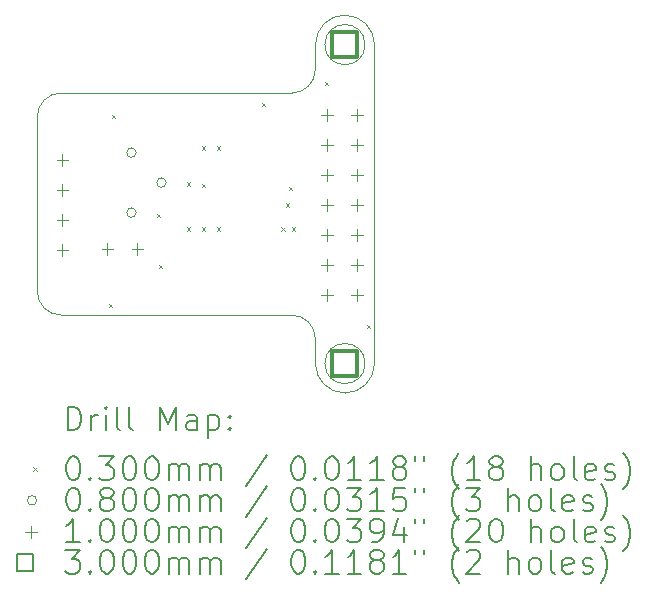
<source format=gbr>
%TF.GenerationSoftware,KiCad,Pcbnew,7.0.9*%
%TF.CreationDate,2024-02-11T18:26:17+01:00*%
%TF.ProjectId,8x2 backpack,38783220-6261-4636-9b70-61636b2e6b69,rev?*%
%TF.SameCoordinates,Original*%
%TF.FileFunction,Drillmap*%
%TF.FilePolarity,Positive*%
%FSLAX45Y45*%
G04 Gerber Fmt 4.5, Leading zero omitted, Abs format (unit mm)*
G04 Created by KiCad (PCBNEW 7.0.9) date 2024-02-11 18:26:17*
%MOMM*%
%LPD*%
G01*
G04 APERTURE LIST*
%ADD10C,0.100000*%
%ADD11C,0.200000*%
%ADD12C,0.300000*%
G04 APERTURE END LIST*
D10*
X6270000Y-5748000D02*
G75*
G03*
X6270000Y-5748000I-170000J0D01*
G01*
X6350000Y-3048000D02*
G75*
G03*
X6100000Y-2798000I-250000J0D01*
G01*
X3495700Y-5137600D02*
G75*
G03*
X3695700Y-5337600I200000J0D01*
G01*
X5850000Y-3258000D02*
X5849827Y-3048206D01*
X6100000Y-5998000D02*
G75*
G03*
X6350000Y-5748000I0J250000D01*
G01*
X5850000Y-5537600D02*
G75*
G03*
X5650000Y-5337600I-200000J0D01*
G01*
X5850000Y-5748000D02*
G75*
G03*
X6100000Y-5998000I250000J0D01*
G01*
X6099827Y-2798007D02*
G75*
G03*
X5849827Y-3048206I-7J-249993D01*
G01*
X5850000Y-5748000D02*
X5850000Y-5537600D01*
X6100000Y-5998000D02*
X6100000Y-5998000D01*
X5650000Y-3458000D02*
X3695700Y-3458000D01*
X6350000Y-3048000D02*
X6350000Y-5748000D01*
X6099827Y-2798000D02*
X6100000Y-2798000D01*
X5650000Y-3458000D02*
G75*
G03*
X5850000Y-3258000I0J200000D01*
G01*
X3495700Y-3658000D02*
X3495700Y-5137600D01*
X6270000Y-3048000D02*
G75*
G03*
X6270000Y-3048000I-170000J0D01*
G01*
X3695700Y-5337600D02*
X5650000Y-5337600D01*
X3695700Y-3458000D02*
G75*
G03*
X3495700Y-3658000I0J-200000D01*
G01*
D11*
D10*
X4099800Y-5242800D02*
X4129800Y-5272800D01*
X4129800Y-5242800D02*
X4099800Y-5272800D01*
X4125200Y-3642600D02*
X4155200Y-3672600D01*
X4155200Y-3642600D02*
X4125200Y-3672600D01*
X4506200Y-4480800D02*
X4536200Y-4510800D01*
X4536200Y-4480800D02*
X4506200Y-4510800D01*
X4524539Y-4910674D02*
X4554539Y-4940674D01*
X4554539Y-4910674D02*
X4524539Y-4940674D01*
X4760200Y-4214100D02*
X4790200Y-4244100D01*
X4790200Y-4214100D02*
X4760200Y-4244100D01*
X4760200Y-4595100D02*
X4790200Y-4625100D01*
X4790200Y-4595100D02*
X4760200Y-4625100D01*
X4887200Y-3909300D02*
X4917200Y-3939300D01*
X4917200Y-3909300D02*
X4887200Y-3939300D01*
X4887200Y-4224646D02*
X4917200Y-4254646D01*
X4917200Y-4224646D02*
X4887200Y-4254646D01*
X4887200Y-4595100D02*
X4917200Y-4625100D01*
X4917200Y-4595100D02*
X4887200Y-4625100D01*
X5014200Y-3909300D02*
X5044200Y-3939300D01*
X5044200Y-3909300D02*
X5014200Y-3939300D01*
X5014200Y-4595100D02*
X5044200Y-4625100D01*
X5044200Y-4595100D02*
X5014200Y-4625100D01*
X5395200Y-3541000D02*
X5425200Y-3571000D01*
X5425200Y-3541000D02*
X5395200Y-3571000D01*
X5560300Y-4595100D02*
X5590300Y-4625100D01*
X5590300Y-4595100D02*
X5560300Y-4625100D01*
X5598400Y-4391900D02*
X5628400Y-4421900D01*
X5628400Y-4391900D02*
X5598400Y-4421900D01*
X5623800Y-4252200D02*
X5653800Y-4282200D01*
X5653800Y-4252200D02*
X5623800Y-4282200D01*
X5649200Y-4595100D02*
X5679200Y-4625100D01*
X5679200Y-4595100D02*
X5649200Y-4625100D01*
X5928600Y-3363200D02*
X5958600Y-3393200D01*
X5958600Y-3363200D02*
X5928600Y-3393200D01*
X6284200Y-5420600D02*
X6314200Y-5450600D01*
X6314200Y-5420600D02*
X6284200Y-5450600D01*
X4332600Y-3962400D02*
G75*
G03*
X4332600Y-3962400I-40000J0D01*
G01*
X4332600Y-4470400D02*
G75*
G03*
X4332600Y-4470400I-40000J0D01*
G01*
X4586600Y-4216400D02*
G75*
G03*
X4586600Y-4216400I-40000J0D01*
G01*
X3708400Y-3975000D02*
X3708400Y-4075000D01*
X3658400Y-4025000D02*
X3758400Y-4025000D01*
X3708400Y-4229000D02*
X3708400Y-4329000D01*
X3658400Y-4279000D02*
X3758400Y-4279000D01*
X3708400Y-4483000D02*
X3708400Y-4583000D01*
X3658400Y-4533000D02*
X3758400Y-4533000D01*
X3708400Y-4737000D02*
X3708400Y-4837000D01*
X3658400Y-4787000D02*
X3758400Y-4787000D01*
X4089400Y-4725200D02*
X4089400Y-4825200D01*
X4039400Y-4775200D02*
X4139400Y-4775200D01*
X4343400Y-4725200D02*
X4343400Y-4825200D01*
X4293400Y-4775200D02*
X4393400Y-4775200D01*
X5946000Y-3594000D02*
X5946000Y-3694000D01*
X5896000Y-3644000D02*
X5996000Y-3644000D01*
X5946000Y-3848000D02*
X5946000Y-3948000D01*
X5896000Y-3898000D02*
X5996000Y-3898000D01*
X5946000Y-4102000D02*
X5946000Y-4202000D01*
X5896000Y-4152000D02*
X5996000Y-4152000D01*
X5946000Y-4356000D02*
X5946000Y-4456000D01*
X5896000Y-4406000D02*
X5996000Y-4406000D01*
X5946000Y-4610000D02*
X5946000Y-4710000D01*
X5896000Y-4660000D02*
X5996000Y-4660000D01*
X5946000Y-4864000D02*
X5946000Y-4964000D01*
X5896000Y-4914000D02*
X5996000Y-4914000D01*
X5946000Y-5118000D02*
X5946000Y-5218000D01*
X5896000Y-5168000D02*
X5996000Y-5168000D01*
X6200000Y-3594000D02*
X6200000Y-3694000D01*
X6150000Y-3644000D02*
X6250000Y-3644000D01*
X6200000Y-3848000D02*
X6200000Y-3948000D01*
X6150000Y-3898000D02*
X6250000Y-3898000D01*
X6200000Y-4102000D02*
X6200000Y-4202000D01*
X6150000Y-4152000D02*
X6250000Y-4152000D01*
X6200000Y-4356000D02*
X6200000Y-4456000D01*
X6150000Y-4406000D02*
X6250000Y-4406000D01*
X6200000Y-4610000D02*
X6200000Y-4710000D01*
X6150000Y-4660000D02*
X6250000Y-4660000D01*
X6200000Y-4864000D02*
X6200000Y-4964000D01*
X6150000Y-4914000D02*
X6250000Y-4914000D01*
X6200000Y-5118000D02*
X6200000Y-5218000D01*
X6150000Y-5168000D02*
X6250000Y-5168000D01*
D12*
X6202067Y-5850067D02*
X6202067Y-5637933D01*
X5989933Y-5637933D01*
X5989933Y-5850067D01*
X6202067Y-5850067D01*
X6206067Y-3154067D02*
X6206067Y-2941933D01*
X5993933Y-2941933D01*
X5993933Y-3154067D01*
X6206067Y-3154067D01*
D11*
X3751477Y-6314484D02*
X3751477Y-6114484D01*
X3751477Y-6114484D02*
X3799096Y-6114484D01*
X3799096Y-6114484D02*
X3827667Y-6124008D01*
X3827667Y-6124008D02*
X3846715Y-6143055D01*
X3846715Y-6143055D02*
X3856239Y-6162103D01*
X3856239Y-6162103D02*
X3865762Y-6200198D01*
X3865762Y-6200198D02*
X3865762Y-6228769D01*
X3865762Y-6228769D02*
X3856239Y-6266865D01*
X3856239Y-6266865D02*
X3846715Y-6285912D01*
X3846715Y-6285912D02*
X3827667Y-6304960D01*
X3827667Y-6304960D02*
X3799096Y-6314484D01*
X3799096Y-6314484D02*
X3751477Y-6314484D01*
X3951477Y-6314484D02*
X3951477Y-6181150D01*
X3951477Y-6219246D02*
X3961001Y-6200198D01*
X3961001Y-6200198D02*
X3970524Y-6190674D01*
X3970524Y-6190674D02*
X3989572Y-6181150D01*
X3989572Y-6181150D02*
X4008620Y-6181150D01*
X4075286Y-6314484D02*
X4075286Y-6181150D01*
X4075286Y-6114484D02*
X4065762Y-6124008D01*
X4065762Y-6124008D02*
X4075286Y-6133531D01*
X4075286Y-6133531D02*
X4084810Y-6124008D01*
X4084810Y-6124008D02*
X4075286Y-6114484D01*
X4075286Y-6114484D02*
X4075286Y-6133531D01*
X4199096Y-6314484D02*
X4180048Y-6304960D01*
X4180048Y-6304960D02*
X4170524Y-6285912D01*
X4170524Y-6285912D02*
X4170524Y-6114484D01*
X4303858Y-6314484D02*
X4284810Y-6304960D01*
X4284810Y-6304960D02*
X4275286Y-6285912D01*
X4275286Y-6285912D02*
X4275286Y-6114484D01*
X4532429Y-6314484D02*
X4532429Y-6114484D01*
X4532429Y-6114484D02*
X4599096Y-6257341D01*
X4599096Y-6257341D02*
X4665763Y-6114484D01*
X4665763Y-6114484D02*
X4665763Y-6314484D01*
X4846715Y-6314484D02*
X4846715Y-6209722D01*
X4846715Y-6209722D02*
X4837191Y-6190674D01*
X4837191Y-6190674D02*
X4818144Y-6181150D01*
X4818144Y-6181150D02*
X4780048Y-6181150D01*
X4780048Y-6181150D02*
X4761001Y-6190674D01*
X4846715Y-6304960D02*
X4827667Y-6314484D01*
X4827667Y-6314484D02*
X4780048Y-6314484D01*
X4780048Y-6314484D02*
X4761001Y-6304960D01*
X4761001Y-6304960D02*
X4751477Y-6285912D01*
X4751477Y-6285912D02*
X4751477Y-6266865D01*
X4751477Y-6266865D02*
X4761001Y-6247817D01*
X4761001Y-6247817D02*
X4780048Y-6238293D01*
X4780048Y-6238293D02*
X4827667Y-6238293D01*
X4827667Y-6238293D02*
X4846715Y-6228769D01*
X4941953Y-6181150D02*
X4941953Y-6381150D01*
X4941953Y-6190674D02*
X4961001Y-6181150D01*
X4961001Y-6181150D02*
X4999096Y-6181150D01*
X4999096Y-6181150D02*
X5018144Y-6190674D01*
X5018144Y-6190674D02*
X5027667Y-6200198D01*
X5027667Y-6200198D02*
X5037191Y-6219246D01*
X5037191Y-6219246D02*
X5037191Y-6276388D01*
X5037191Y-6276388D02*
X5027667Y-6295436D01*
X5027667Y-6295436D02*
X5018144Y-6304960D01*
X5018144Y-6304960D02*
X4999096Y-6314484D01*
X4999096Y-6314484D02*
X4961001Y-6314484D01*
X4961001Y-6314484D02*
X4941953Y-6304960D01*
X5122905Y-6295436D02*
X5132429Y-6304960D01*
X5132429Y-6304960D02*
X5122905Y-6314484D01*
X5122905Y-6314484D02*
X5113382Y-6304960D01*
X5113382Y-6304960D02*
X5122905Y-6295436D01*
X5122905Y-6295436D02*
X5122905Y-6314484D01*
X5122905Y-6190674D02*
X5132429Y-6200198D01*
X5132429Y-6200198D02*
X5122905Y-6209722D01*
X5122905Y-6209722D02*
X5113382Y-6200198D01*
X5113382Y-6200198D02*
X5122905Y-6190674D01*
X5122905Y-6190674D02*
X5122905Y-6209722D01*
D10*
X3460700Y-6628000D02*
X3490700Y-6658000D01*
X3490700Y-6628000D02*
X3460700Y-6658000D01*
D11*
X3789572Y-6534484D02*
X3808620Y-6534484D01*
X3808620Y-6534484D02*
X3827667Y-6544008D01*
X3827667Y-6544008D02*
X3837191Y-6553531D01*
X3837191Y-6553531D02*
X3846715Y-6572579D01*
X3846715Y-6572579D02*
X3856239Y-6610674D01*
X3856239Y-6610674D02*
X3856239Y-6658293D01*
X3856239Y-6658293D02*
X3846715Y-6696388D01*
X3846715Y-6696388D02*
X3837191Y-6715436D01*
X3837191Y-6715436D02*
X3827667Y-6724960D01*
X3827667Y-6724960D02*
X3808620Y-6734484D01*
X3808620Y-6734484D02*
X3789572Y-6734484D01*
X3789572Y-6734484D02*
X3770524Y-6724960D01*
X3770524Y-6724960D02*
X3761001Y-6715436D01*
X3761001Y-6715436D02*
X3751477Y-6696388D01*
X3751477Y-6696388D02*
X3741953Y-6658293D01*
X3741953Y-6658293D02*
X3741953Y-6610674D01*
X3741953Y-6610674D02*
X3751477Y-6572579D01*
X3751477Y-6572579D02*
X3761001Y-6553531D01*
X3761001Y-6553531D02*
X3770524Y-6544008D01*
X3770524Y-6544008D02*
X3789572Y-6534484D01*
X3941953Y-6715436D02*
X3951477Y-6724960D01*
X3951477Y-6724960D02*
X3941953Y-6734484D01*
X3941953Y-6734484D02*
X3932429Y-6724960D01*
X3932429Y-6724960D02*
X3941953Y-6715436D01*
X3941953Y-6715436D02*
X3941953Y-6734484D01*
X4018143Y-6534484D02*
X4141953Y-6534484D01*
X4141953Y-6534484D02*
X4075286Y-6610674D01*
X4075286Y-6610674D02*
X4103858Y-6610674D01*
X4103858Y-6610674D02*
X4122905Y-6620198D01*
X4122905Y-6620198D02*
X4132429Y-6629722D01*
X4132429Y-6629722D02*
X4141953Y-6648769D01*
X4141953Y-6648769D02*
X4141953Y-6696388D01*
X4141953Y-6696388D02*
X4132429Y-6715436D01*
X4132429Y-6715436D02*
X4122905Y-6724960D01*
X4122905Y-6724960D02*
X4103858Y-6734484D01*
X4103858Y-6734484D02*
X4046715Y-6734484D01*
X4046715Y-6734484D02*
X4027667Y-6724960D01*
X4027667Y-6724960D02*
X4018143Y-6715436D01*
X4265763Y-6534484D02*
X4284810Y-6534484D01*
X4284810Y-6534484D02*
X4303858Y-6544008D01*
X4303858Y-6544008D02*
X4313382Y-6553531D01*
X4313382Y-6553531D02*
X4322905Y-6572579D01*
X4322905Y-6572579D02*
X4332429Y-6610674D01*
X4332429Y-6610674D02*
X4332429Y-6658293D01*
X4332429Y-6658293D02*
X4322905Y-6696388D01*
X4322905Y-6696388D02*
X4313382Y-6715436D01*
X4313382Y-6715436D02*
X4303858Y-6724960D01*
X4303858Y-6724960D02*
X4284810Y-6734484D01*
X4284810Y-6734484D02*
X4265763Y-6734484D01*
X4265763Y-6734484D02*
X4246715Y-6724960D01*
X4246715Y-6724960D02*
X4237191Y-6715436D01*
X4237191Y-6715436D02*
X4227667Y-6696388D01*
X4227667Y-6696388D02*
X4218144Y-6658293D01*
X4218144Y-6658293D02*
X4218144Y-6610674D01*
X4218144Y-6610674D02*
X4227667Y-6572579D01*
X4227667Y-6572579D02*
X4237191Y-6553531D01*
X4237191Y-6553531D02*
X4246715Y-6544008D01*
X4246715Y-6544008D02*
X4265763Y-6534484D01*
X4456239Y-6534484D02*
X4475286Y-6534484D01*
X4475286Y-6534484D02*
X4494334Y-6544008D01*
X4494334Y-6544008D02*
X4503858Y-6553531D01*
X4503858Y-6553531D02*
X4513382Y-6572579D01*
X4513382Y-6572579D02*
X4522905Y-6610674D01*
X4522905Y-6610674D02*
X4522905Y-6658293D01*
X4522905Y-6658293D02*
X4513382Y-6696388D01*
X4513382Y-6696388D02*
X4503858Y-6715436D01*
X4503858Y-6715436D02*
X4494334Y-6724960D01*
X4494334Y-6724960D02*
X4475286Y-6734484D01*
X4475286Y-6734484D02*
X4456239Y-6734484D01*
X4456239Y-6734484D02*
X4437191Y-6724960D01*
X4437191Y-6724960D02*
X4427667Y-6715436D01*
X4427667Y-6715436D02*
X4418144Y-6696388D01*
X4418144Y-6696388D02*
X4408620Y-6658293D01*
X4408620Y-6658293D02*
X4408620Y-6610674D01*
X4408620Y-6610674D02*
X4418144Y-6572579D01*
X4418144Y-6572579D02*
X4427667Y-6553531D01*
X4427667Y-6553531D02*
X4437191Y-6544008D01*
X4437191Y-6544008D02*
X4456239Y-6534484D01*
X4608620Y-6734484D02*
X4608620Y-6601150D01*
X4608620Y-6620198D02*
X4618144Y-6610674D01*
X4618144Y-6610674D02*
X4637191Y-6601150D01*
X4637191Y-6601150D02*
X4665763Y-6601150D01*
X4665763Y-6601150D02*
X4684810Y-6610674D01*
X4684810Y-6610674D02*
X4694334Y-6629722D01*
X4694334Y-6629722D02*
X4694334Y-6734484D01*
X4694334Y-6629722D02*
X4703858Y-6610674D01*
X4703858Y-6610674D02*
X4722905Y-6601150D01*
X4722905Y-6601150D02*
X4751477Y-6601150D01*
X4751477Y-6601150D02*
X4770525Y-6610674D01*
X4770525Y-6610674D02*
X4780048Y-6629722D01*
X4780048Y-6629722D02*
X4780048Y-6734484D01*
X4875286Y-6734484D02*
X4875286Y-6601150D01*
X4875286Y-6620198D02*
X4884810Y-6610674D01*
X4884810Y-6610674D02*
X4903858Y-6601150D01*
X4903858Y-6601150D02*
X4932429Y-6601150D01*
X4932429Y-6601150D02*
X4951477Y-6610674D01*
X4951477Y-6610674D02*
X4961001Y-6629722D01*
X4961001Y-6629722D02*
X4961001Y-6734484D01*
X4961001Y-6629722D02*
X4970525Y-6610674D01*
X4970525Y-6610674D02*
X4989572Y-6601150D01*
X4989572Y-6601150D02*
X5018144Y-6601150D01*
X5018144Y-6601150D02*
X5037191Y-6610674D01*
X5037191Y-6610674D02*
X5046715Y-6629722D01*
X5046715Y-6629722D02*
X5046715Y-6734484D01*
X5437191Y-6524960D02*
X5265763Y-6782103D01*
X5694334Y-6534484D02*
X5713382Y-6534484D01*
X5713382Y-6534484D02*
X5732429Y-6544008D01*
X5732429Y-6544008D02*
X5741953Y-6553531D01*
X5741953Y-6553531D02*
X5751477Y-6572579D01*
X5751477Y-6572579D02*
X5761001Y-6610674D01*
X5761001Y-6610674D02*
X5761001Y-6658293D01*
X5761001Y-6658293D02*
X5751477Y-6696388D01*
X5751477Y-6696388D02*
X5741953Y-6715436D01*
X5741953Y-6715436D02*
X5732429Y-6724960D01*
X5732429Y-6724960D02*
X5713382Y-6734484D01*
X5713382Y-6734484D02*
X5694334Y-6734484D01*
X5694334Y-6734484D02*
X5675286Y-6724960D01*
X5675286Y-6724960D02*
X5665763Y-6715436D01*
X5665763Y-6715436D02*
X5656239Y-6696388D01*
X5656239Y-6696388D02*
X5646715Y-6658293D01*
X5646715Y-6658293D02*
X5646715Y-6610674D01*
X5646715Y-6610674D02*
X5656239Y-6572579D01*
X5656239Y-6572579D02*
X5665763Y-6553531D01*
X5665763Y-6553531D02*
X5675286Y-6544008D01*
X5675286Y-6544008D02*
X5694334Y-6534484D01*
X5846715Y-6715436D02*
X5856239Y-6724960D01*
X5856239Y-6724960D02*
X5846715Y-6734484D01*
X5846715Y-6734484D02*
X5837191Y-6724960D01*
X5837191Y-6724960D02*
X5846715Y-6715436D01*
X5846715Y-6715436D02*
X5846715Y-6734484D01*
X5980048Y-6534484D02*
X5999096Y-6534484D01*
X5999096Y-6534484D02*
X6018144Y-6544008D01*
X6018144Y-6544008D02*
X6027667Y-6553531D01*
X6027667Y-6553531D02*
X6037191Y-6572579D01*
X6037191Y-6572579D02*
X6046715Y-6610674D01*
X6046715Y-6610674D02*
X6046715Y-6658293D01*
X6046715Y-6658293D02*
X6037191Y-6696388D01*
X6037191Y-6696388D02*
X6027667Y-6715436D01*
X6027667Y-6715436D02*
X6018144Y-6724960D01*
X6018144Y-6724960D02*
X5999096Y-6734484D01*
X5999096Y-6734484D02*
X5980048Y-6734484D01*
X5980048Y-6734484D02*
X5961001Y-6724960D01*
X5961001Y-6724960D02*
X5951477Y-6715436D01*
X5951477Y-6715436D02*
X5941953Y-6696388D01*
X5941953Y-6696388D02*
X5932429Y-6658293D01*
X5932429Y-6658293D02*
X5932429Y-6610674D01*
X5932429Y-6610674D02*
X5941953Y-6572579D01*
X5941953Y-6572579D02*
X5951477Y-6553531D01*
X5951477Y-6553531D02*
X5961001Y-6544008D01*
X5961001Y-6544008D02*
X5980048Y-6534484D01*
X6237191Y-6734484D02*
X6122906Y-6734484D01*
X6180048Y-6734484D02*
X6180048Y-6534484D01*
X6180048Y-6534484D02*
X6161001Y-6563055D01*
X6161001Y-6563055D02*
X6141953Y-6582103D01*
X6141953Y-6582103D02*
X6122906Y-6591627D01*
X6427667Y-6734484D02*
X6313382Y-6734484D01*
X6370525Y-6734484D02*
X6370525Y-6534484D01*
X6370525Y-6534484D02*
X6351477Y-6563055D01*
X6351477Y-6563055D02*
X6332429Y-6582103D01*
X6332429Y-6582103D02*
X6313382Y-6591627D01*
X6541953Y-6620198D02*
X6522906Y-6610674D01*
X6522906Y-6610674D02*
X6513382Y-6601150D01*
X6513382Y-6601150D02*
X6503858Y-6582103D01*
X6503858Y-6582103D02*
X6503858Y-6572579D01*
X6503858Y-6572579D02*
X6513382Y-6553531D01*
X6513382Y-6553531D02*
X6522906Y-6544008D01*
X6522906Y-6544008D02*
X6541953Y-6534484D01*
X6541953Y-6534484D02*
X6580048Y-6534484D01*
X6580048Y-6534484D02*
X6599096Y-6544008D01*
X6599096Y-6544008D02*
X6608620Y-6553531D01*
X6608620Y-6553531D02*
X6618144Y-6572579D01*
X6618144Y-6572579D02*
X6618144Y-6582103D01*
X6618144Y-6582103D02*
X6608620Y-6601150D01*
X6608620Y-6601150D02*
X6599096Y-6610674D01*
X6599096Y-6610674D02*
X6580048Y-6620198D01*
X6580048Y-6620198D02*
X6541953Y-6620198D01*
X6541953Y-6620198D02*
X6522906Y-6629722D01*
X6522906Y-6629722D02*
X6513382Y-6639246D01*
X6513382Y-6639246D02*
X6503858Y-6658293D01*
X6503858Y-6658293D02*
X6503858Y-6696388D01*
X6503858Y-6696388D02*
X6513382Y-6715436D01*
X6513382Y-6715436D02*
X6522906Y-6724960D01*
X6522906Y-6724960D02*
X6541953Y-6734484D01*
X6541953Y-6734484D02*
X6580048Y-6734484D01*
X6580048Y-6734484D02*
X6599096Y-6724960D01*
X6599096Y-6724960D02*
X6608620Y-6715436D01*
X6608620Y-6715436D02*
X6618144Y-6696388D01*
X6618144Y-6696388D02*
X6618144Y-6658293D01*
X6618144Y-6658293D02*
X6608620Y-6639246D01*
X6608620Y-6639246D02*
X6599096Y-6629722D01*
X6599096Y-6629722D02*
X6580048Y-6620198D01*
X6694334Y-6534484D02*
X6694334Y-6572579D01*
X6770525Y-6534484D02*
X6770525Y-6572579D01*
X7065763Y-6810674D02*
X7056239Y-6801150D01*
X7056239Y-6801150D02*
X7037191Y-6772579D01*
X7037191Y-6772579D02*
X7027668Y-6753531D01*
X7027668Y-6753531D02*
X7018144Y-6724960D01*
X7018144Y-6724960D02*
X7008620Y-6677341D01*
X7008620Y-6677341D02*
X7008620Y-6639246D01*
X7008620Y-6639246D02*
X7018144Y-6591627D01*
X7018144Y-6591627D02*
X7027668Y-6563055D01*
X7027668Y-6563055D02*
X7037191Y-6544008D01*
X7037191Y-6544008D02*
X7056239Y-6515436D01*
X7056239Y-6515436D02*
X7065763Y-6505912D01*
X7246715Y-6734484D02*
X7132429Y-6734484D01*
X7189572Y-6734484D02*
X7189572Y-6534484D01*
X7189572Y-6534484D02*
X7170525Y-6563055D01*
X7170525Y-6563055D02*
X7151477Y-6582103D01*
X7151477Y-6582103D02*
X7132429Y-6591627D01*
X7361001Y-6620198D02*
X7341953Y-6610674D01*
X7341953Y-6610674D02*
X7332429Y-6601150D01*
X7332429Y-6601150D02*
X7322906Y-6582103D01*
X7322906Y-6582103D02*
X7322906Y-6572579D01*
X7322906Y-6572579D02*
X7332429Y-6553531D01*
X7332429Y-6553531D02*
X7341953Y-6544008D01*
X7341953Y-6544008D02*
X7361001Y-6534484D01*
X7361001Y-6534484D02*
X7399096Y-6534484D01*
X7399096Y-6534484D02*
X7418144Y-6544008D01*
X7418144Y-6544008D02*
X7427668Y-6553531D01*
X7427668Y-6553531D02*
X7437191Y-6572579D01*
X7437191Y-6572579D02*
X7437191Y-6582103D01*
X7437191Y-6582103D02*
X7427668Y-6601150D01*
X7427668Y-6601150D02*
X7418144Y-6610674D01*
X7418144Y-6610674D02*
X7399096Y-6620198D01*
X7399096Y-6620198D02*
X7361001Y-6620198D01*
X7361001Y-6620198D02*
X7341953Y-6629722D01*
X7341953Y-6629722D02*
X7332429Y-6639246D01*
X7332429Y-6639246D02*
X7322906Y-6658293D01*
X7322906Y-6658293D02*
X7322906Y-6696388D01*
X7322906Y-6696388D02*
X7332429Y-6715436D01*
X7332429Y-6715436D02*
X7341953Y-6724960D01*
X7341953Y-6724960D02*
X7361001Y-6734484D01*
X7361001Y-6734484D02*
X7399096Y-6734484D01*
X7399096Y-6734484D02*
X7418144Y-6724960D01*
X7418144Y-6724960D02*
X7427668Y-6715436D01*
X7427668Y-6715436D02*
X7437191Y-6696388D01*
X7437191Y-6696388D02*
X7437191Y-6658293D01*
X7437191Y-6658293D02*
X7427668Y-6639246D01*
X7427668Y-6639246D02*
X7418144Y-6629722D01*
X7418144Y-6629722D02*
X7399096Y-6620198D01*
X7675287Y-6734484D02*
X7675287Y-6534484D01*
X7761001Y-6734484D02*
X7761001Y-6629722D01*
X7761001Y-6629722D02*
X7751477Y-6610674D01*
X7751477Y-6610674D02*
X7732430Y-6601150D01*
X7732430Y-6601150D02*
X7703858Y-6601150D01*
X7703858Y-6601150D02*
X7684810Y-6610674D01*
X7684810Y-6610674D02*
X7675287Y-6620198D01*
X7884810Y-6734484D02*
X7865763Y-6724960D01*
X7865763Y-6724960D02*
X7856239Y-6715436D01*
X7856239Y-6715436D02*
X7846715Y-6696388D01*
X7846715Y-6696388D02*
X7846715Y-6639246D01*
X7846715Y-6639246D02*
X7856239Y-6620198D01*
X7856239Y-6620198D02*
X7865763Y-6610674D01*
X7865763Y-6610674D02*
X7884810Y-6601150D01*
X7884810Y-6601150D02*
X7913382Y-6601150D01*
X7913382Y-6601150D02*
X7932430Y-6610674D01*
X7932430Y-6610674D02*
X7941953Y-6620198D01*
X7941953Y-6620198D02*
X7951477Y-6639246D01*
X7951477Y-6639246D02*
X7951477Y-6696388D01*
X7951477Y-6696388D02*
X7941953Y-6715436D01*
X7941953Y-6715436D02*
X7932430Y-6724960D01*
X7932430Y-6724960D02*
X7913382Y-6734484D01*
X7913382Y-6734484D02*
X7884810Y-6734484D01*
X8065763Y-6734484D02*
X8046715Y-6724960D01*
X8046715Y-6724960D02*
X8037191Y-6705912D01*
X8037191Y-6705912D02*
X8037191Y-6534484D01*
X8218144Y-6724960D02*
X8199096Y-6734484D01*
X8199096Y-6734484D02*
X8161001Y-6734484D01*
X8161001Y-6734484D02*
X8141953Y-6724960D01*
X8141953Y-6724960D02*
X8132430Y-6705912D01*
X8132430Y-6705912D02*
X8132430Y-6629722D01*
X8132430Y-6629722D02*
X8141953Y-6610674D01*
X8141953Y-6610674D02*
X8161001Y-6601150D01*
X8161001Y-6601150D02*
X8199096Y-6601150D01*
X8199096Y-6601150D02*
X8218144Y-6610674D01*
X8218144Y-6610674D02*
X8227668Y-6629722D01*
X8227668Y-6629722D02*
X8227668Y-6648769D01*
X8227668Y-6648769D02*
X8132430Y-6667817D01*
X8303858Y-6724960D02*
X8322906Y-6734484D01*
X8322906Y-6734484D02*
X8361001Y-6734484D01*
X8361001Y-6734484D02*
X8380049Y-6724960D01*
X8380049Y-6724960D02*
X8389573Y-6705912D01*
X8389573Y-6705912D02*
X8389573Y-6696388D01*
X8389573Y-6696388D02*
X8380049Y-6677341D01*
X8380049Y-6677341D02*
X8361001Y-6667817D01*
X8361001Y-6667817D02*
X8332430Y-6667817D01*
X8332430Y-6667817D02*
X8313382Y-6658293D01*
X8313382Y-6658293D02*
X8303858Y-6639246D01*
X8303858Y-6639246D02*
X8303858Y-6629722D01*
X8303858Y-6629722D02*
X8313382Y-6610674D01*
X8313382Y-6610674D02*
X8332430Y-6601150D01*
X8332430Y-6601150D02*
X8361001Y-6601150D01*
X8361001Y-6601150D02*
X8380049Y-6610674D01*
X8456239Y-6810674D02*
X8465763Y-6801150D01*
X8465763Y-6801150D02*
X8484811Y-6772579D01*
X8484811Y-6772579D02*
X8494334Y-6753531D01*
X8494334Y-6753531D02*
X8503858Y-6724960D01*
X8503858Y-6724960D02*
X8513382Y-6677341D01*
X8513382Y-6677341D02*
X8513382Y-6639246D01*
X8513382Y-6639246D02*
X8503858Y-6591627D01*
X8503858Y-6591627D02*
X8494334Y-6563055D01*
X8494334Y-6563055D02*
X8484811Y-6544008D01*
X8484811Y-6544008D02*
X8465763Y-6515436D01*
X8465763Y-6515436D02*
X8456239Y-6505912D01*
D10*
X3490700Y-6907000D02*
G75*
G03*
X3490700Y-6907000I-40000J0D01*
G01*
D11*
X3789572Y-6798484D02*
X3808620Y-6798484D01*
X3808620Y-6798484D02*
X3827667Y-6808008D01*
X3827667Y-6808008D02*
X3837191Y-6817531D01*
X3837191Y-6817531D02*
X3846715Y-6836579D01*
X3846715Y-6836579D02*
X3856239Y-6874674D01*
X3856239Y-6874674D02*
X3856239Y-6922293D01*
X3856239Y-6922293D02*
X3846715Y-6960388D01*
X3846715Y-6960388D02*
X3837191Y-6979436D01*
X3837191Y-6979436D02*
X3827667Y-6988960D01*
X3827667Y-6988960D02*
X3808620Y-6998484D01*
X3808620Y-6998484D02*
X3789572Y-6998484D01*
X3789572Y-6998484D02*
X3770524Y-6988960D01*
X3770524Y-6988960D02*
X3761001Y-6979436D01*
X3761001Y-6979436D02*
X3751477Y-6960388D01*
X3751477Y-6960388D02*
X3741953Y-6922293D01*
X3741953Y-6922293D02*
X3741953Y-6874674D01*
X3741953Y-6874674D02*
X3751477Y-6836579D01*
X3751477Y-6836579D02*
X3761001Y-6817531D01*
X3761001Y-6817531D02*
X3770524Y-6808008D01*
X3770524Y-6808008D02*
X3789572Y-6798484D01*
X3941953Y-6979436D02*
X3951477Y-6988960D01*
X3951477Y-6988960D02*
X3941953Y-6998484D01*
X3941953Y-6998484D02*
X3932429Y-6988960D01*
X3932429Y-6988960D02*
X3941953Y-6979436D01*
X3941953Y-6979436D02*
X3941953Y-6998484D01*
X4065762Y-6884198D02*
X4046715Y-6874674D01*
X4046715Y-6874674D02*
X4037191Y-6865150D01*
X4037191Y-6865150D02*
X4027667Y-6846103D01*
X4027667Y-6846103D02*
X4027667Y-6836579D01*
X4027667Y-6836579D02*
X4037191Y-6817531D01*
X4037191Y-6817531D02*
X4046715Y-6808008D01*
X4046715Y-6808008D02*
X4065762Y-6798484D01*
X4065762Y-6798484D02*
X4103858Y-6798484D01*
X4103858Y-6798484D02*
X4122905Y-6808008D01*
X4122905Y-6808008D02*
X4132429Y-6817531D01*
X4132429Y-6817531D02*
X4141953Y-6836579D01*
X4141953Y-6836579D02*
X4141953Y-6846103D01*
X4141953Y-6846103D02*
X4132429Y-6865150D01*
X4132429Y-6865150D02*
X4122905Y-6874674D01*
X4122905Y-6874674D02*
X4103858Y-6884198D01*
X4103858Y-6884198D02*
X4065762Y-6884198D01*
X4065762Y-6884198D02*
X4046715Y-6893722D01*
X4046715Y-6893722D02*
X4037191Y-6903246D01*
X4037191Y-6903246D02*
X4027667Y-6922293D01*
X4027667Y-6922293D02*
X4027667Y-6960388D01*
X4027667Y-6960388D02*
X4037191Y-6979436D01*
X4037191Y-6979436D02*
X4046715Y-6988960D01*
X4046715Y-6988960D02*
X4065762Y-6998484D01*
X4065762Y-6998484D02*
X4103858Y-6998484D01*
X4103858Y-6998484D02*
X4122905Y-6988960D01*
X4122905Y-6988960D02*
X4132429Y-6979436D01*
X4132429Y-6979436D02*
X4141953Y-6960388D01*
X4141953Y-6960388D02*
X4141953Y-6922293D01*
X4141953Y-6922293D02*
X4132429Y-6903246D01*
X4132429Y-6903246D02*
X4122905Y-6893722D01*
X4122905Y-6893722D02*
X4103858Y-6884198D01*
X4265763Y-6798484D02*
X4284810Y-6798484D01*
X4284810Y-6798484D02*
X4303858Y-6808008D01*
X4303858Y-6808008D02*
X4313382Y-6817531D01*
X4313382Y-6817531D02*
X4322905Y-6836579D01*
X4322905Y-6836579D02*
X4332429Y-6874674D01*
X4332429Y-6874674D02*
X4332429Y-6922293D01*
X4332429Y-6922293D02*
X4322905Y-6960388D01*
X4322905Y-6960388D02*
X4313382Y-6979436D01*
X4313382Y-6979436D02*
X4303858Y-6988960D01*
X4303858Y-6988960D02*
X4284810Y-6998484D01*
X4284810Y-6998484D02*
X4265763Y-6998484D01*
X4265763Y-6998484D02*
X4246715Y-6988960D01*
X4246715Y-6988960D02*
X4237191Y-6979436D01*
X4237191Y-6979436D02*
X4227667Y-6960388D01*
X4227667Y-6960388D02*
X4218144Y-6922293D01*
X4218144Y-6922293D02*
X4218144Y-6874674D01*
X4218144Y-6874674D02*
X4227667Y-6836579D01*
X4227667Y-6836579D02*
X4237191Y-6817531D01*
X4237191Y-6817531D02*
X4246715Y-6808008D01*
X4246715Y-6808008D02*
X4265763Y-6798484D01*
X4456239Y-6798484D02*
X4475286Y-6798484D01*
X4475286Y-6798484D02*
X4494334Y-6808008D01*
X4494334Y-6808008D02*
X4503858Y-6817531D01*
X4503858Y-6817531D02*
X4513382Y-6836579D01*
X4513382Y-6836579D02*
X4522905Y-6874674D01*
X4522905Y-6874674D02*
X4522905Y-6922293D01*
X4522905Y-6922293D02*
X4513382Y-6960388D01*
X4513382Y-6960388D02*
X4503858Y-6979436D01*
X4503858Y-6979436D02*
X4494334Y-6988960D01*
X4494334Y-6988960D02*
X4475286Y-6998484D01*
X4475286Y-6998484D02*
X4456239Y-6998484D01*
X4456239Y-6998484D02*
X4437191Y-6988960D01*
X4437191Y-6988960D02*
X4427667Y-6979436D01*
X4427667Y-6979436D02*
X4418144Y-6960388D01*
X4418144Y-6960388D02*
X4408620Y-6922293D01*
X4408620Y-6922293D02*
X4408620Y-6874674D01*
X4408620Y-6874674D02*
X4418144Y-6836579D01*
X4418144Y-6836579D02*
X4427667Y-6817531D01*
X4427667Y-6817531D02*
X4437191Y-6808008D01*
X4437191Y-6808008D02*
X4456239Y-6798484D01*
X4608620Y-6998484D02*
X4608620Y-6865150D01*
X4608620Y-6884198D02*
X4618144Y-6874674D01*
X4618144Y-6874674D02*
X4637191Y-6865150D01*
X4637191Y-6865150D02*
X4665763Y-6865150D01*
X4665763Y-6865150D02*
X4684810Y-6874674D01*
X4684810Y-6874674D02*
X4694334Y-6893722D01*
X4694334Y-6893722D02*
X4694334Y-6998484D01*
X4694334Y-6893722D02*
X4703858Y-6874674D01*
X4703858Y-6874674D02*
X4722905Y-6865150D01*
X4722905Y-6865150D02*
X4751477Y-6865150D01*
X4751477Y-6865150D02*
X4770525Y-6874674D01*
X4770525Y-6874674D02*
X4780048Y-6893722D01*
X4780048Y-6893722D02*
X4780048Y-6998484D01*
X4875286Y-6998484D02*
X4875286Y-6865150D01*
X4875286Y-6884198D02*
X4884810Y-6874674D01*
X4884810Y-6874674D02*
X4903858Y-6865150D01*
X4903858Y-6865150D02*
X4932429Y-6865150D01*
X4932429Y-6865150D02*
X4951477Y-6874674D01*
X4951477Y-6874674D02*
X4961001Y-6893722D01*
X4961001Y-6893722D02*
X4961001Y-6998484D01*
X4961001Y-6893722D02*
X4970525Y-6874674D01*
X4970525Y-6874674D02*
X4989572Y-6865150D01*
X4989572Y-6865150D02*
X5018144Y-6865150D01*
X5018144Y-6865150D02*
X5037191Y-6874674D01*
X5037191Y-6874674D02*
X5046715Y-6893722D01*
X5046715Y-6893722D02*
X5046715Y-6998484D01*
X5437191Y-6788960D02*
X5265763Y-7046103D01*
X5694334Y-6798484D02*
X5713382Y-6798484D01*
X5713382Y-6798484D02*
X5732429Y-6808008D01*
X5732429Y-6808008D02*
X5741953Y-6817531D01*
X5741953Y-6817531D02*
X5751477Y-6836579D01*
X5751477Y-6836579D02*
X5761001Y-6874674D01*
X5761001Y-6874674D02*
X5761001Y-6922293D01*
X5761001Y-6922293D02*
X5751477Y-6960388D01*
X5751477Y-6960388D02*
X5741953Y-6979436D01*
X5741953Y-6979436D02*
X5732429Y-6988960D01*
X5732429Y-6988960D02*
X5713382Y-6998484D01*
X5713382Y-6998484D02*
X5694334Y-6998484D01*
X5694334Y-6998484D02*
X5675286Y-6988960D01*
X5675286Y-6988960D02*
X5665763Y-6979436D01*
X5665763Y-6979436D02*
X5656239Y-6960388D01*
X5656239Y-6960388D02*
X5646715Y-6922293D01*
X5646715Y-6922293D02*
X5646715Y-6874674D01*
X5646715Y-6874674D02*
X5656239Y-6836579D01*
X5656239Y-6836579D02*
X5665763Y-6817531D01*
X5665763Y-6817531D02*
X5675286Y-6808008D01*
X5675286Y-6808008D02*
X5694334Y-6798484D01*
X5846715Y-6979436D02*
X5856239Y-6988960D01*
X5856239Y-6988960D02*
X5846715Y-6998484D01*
X5846715Y-6998484D02*
X5837191Y-6988960D01*
X5837191Y-6988960D02*
X5846715Y-6979436D01*
X5846715Y-6979436D02*
X5846715Y-6998484D01*
X5980048Y-6798484D02*
X5999096Y-6798484D01*
X5999096Y-6798484D02*
X6018144Y-6808008D01*
X6018144Y-6808008D02*
X6027667Y-6817531D01*
X6027667Y-6817531D02*
X6037191Y-6836579D01*
X6037191Y-6836579D02*
X6046715Y-6874674D01*
X6046715Y-6874674D02*
X6046715Y-6922293D01*
X6046715Y-6922293D02*
X6037191Y-6960388D01*
X6037191Y-6960388D02*
X6027667Y-6979436D01*
X6027667Y-6979436D02*
X6018144Y-6988960D01*
X6018144Y-6988960D02*
X5999096Y-6998484D01*
X5999096Y-6998484D02*
X5980048Y-6998484D01*
X5980048Y-6998484D02*
X5961001Y-6988960D01*
X5961001Y-6988960D02*
X5951477Y-6979436D01*
X5951477Y-6979436D02*
X5941953Y-6960388D01*
X5941953Y-6960388D02*
X5932429Y-6922293D01*
X5932429Y-6922293D02*
X5932429Y-6874674D01*
X5932429Y-6874674D02*
X5941953Y-6836579D01*
X5941953Y-6836579D02*
X5951477Y-6817531D01*
X5951477Y-6817531D02*
X5961001Y-6808008D01*
X5961001Y-6808008D02*
X5980048Y-6798484D01*
X6113382Y-6798484D02*
X6237191Y-6798484D01*
X6237191Y-6798484D02*
X6170525Y-6874674D01*
X6170525Y-6874674D02*
X6199096Y-6874674D01*
X6199096Y-6874674D02*
X6218144Y-6884198D01*
X6218144Y-6884198D02*
X6227667Y-6893722D01*
X6227667Y-6893722D02*
X6237191Y-6912769D01*
X6237191Y-6912769D02*
X6237191Y-6960388D01*
X6237191Y-6960388D02*
X6227667Y-6979436D01*
X6227667Y-6979436D02*
X6218144Y-6988960D01*
X6218144Y-6988960D02*
X6199096Y-6998484D01*
X6199096Y-6998484D02*
X6141953Y-6998484D01*
X6141953Y-6998484D02*
X6122906Y-6988960D01*
X6122906Y-6988960D02*
X6113382Y-6979436D01*
X6427667Y-6998484D02*
X6313382Y-6998484D01*
X6370525Y-6998484D02*
X6370525Y-6798484D01*
X6370525Y-6798484D02*
X6351477Y-6827055D01*
X6351477Y-6827055D02*
X6332429Y-6846103D01*
X6332429Y-6846103D02*
X6313382Y-6855627D01*
X6608620Y-6798484D02*
X6513382Y-6798484D01*
X6513382Y-6798484D02*
X6503858Y-6893722D01*
X6503858Y-6893722D02*
X6513382Y-6884198D01*
X6513382Y-6884198D02*
X6532429Y-6874674D01*
X6532429Y-6874674D02*
X6580048Y-6874674D01*
X6580048Y-6874674D02*
X6599096Y-6884198D01*
X6599096Y-6884198D02*
X6608620Y-6893722D01*
X6608620Y-6893722D02*
X6618144Y-6912769D01*
X6618144Y-6912769D02*
X6618144Y-6960388D01*
X6618144Y-6960388D02*
X6608620Y-6979436D01*
X6608620Y-6979436D02*
X6599096Y-6988960D01*
X6599096Y-6988960D02*
X6580048Y-6998484D01*
X6580048Y-6998484D02*
X6532429Y-6998484D01*
X6532429Y-6998484D02*
X6513382Y-6988960D01*
X6513382Y-6988960D02*
X6503858Y-6979436D01*
X6694334Y-6798484D02*
X6694334Y-6836579D01*
X6770525Y-6798484D02*
X6770525Y-6836579D01*
X7065763Y-7074674D02*
X7056239Y-7065150D01*
X7056239Y-7065150D02*
X7037191Y-7036579D01*
X7037191Y-7036579D02*
X7027668Y-7017531D01*
X7027668Y-7017531D02*
X7018144Y-6988960D01*
X7018144Y-6988960D02*
X7008620Y-6941341D01*
X7008620Y-6941341D02*
X7008620Y-6903246D01*
X7008620Y-6903246D02*
X7018144Y-6855627D01*
X7018144Y-6855627D02*
X7027668Y-6827055D01*
X7027668Y-6827055D02*
X7037191Y-6808008D01*
X7037191Y-6808008D02*
X7056239Y-6779436D01*
X7056239Y-6779436D02*
X7065763Y-6769912D01*
X7122906Y-6798484D02*
X7246715Y-6798484D01*
X7246715Y-6798484D02*
X7180048Y-6874674D01*
X7180048Y-6874674D02*
X7208620Y-6874674D01*
X7208620Y-6874674D02*
X7227668Y-6884198D01*
X7227668Y-6884198D02*
X7237191Y-6893722D01*
X7237191Y-6893722D02*
X7246715Y-6912769D01*
X7246715Y-6912769D02*
X7246715Y-6960388D01*
X7246715Y-6960388D02*
X7237191Y-6979436D01*
X7237191Y-6979436D02*
X7227668Y-6988960D01*
X7227668Y-6988960D02*
X7208620Y-6998484D01*
X7208620Y-6998484D02*
X7151477Y-6998484D01*
X7151477Y-6998484D02*
X7132429Y-6988960D01*
X7132429Y-6988960D02*
X7122906Y-6979436D01*
X7484810Y-6998484D02*
X7484810Y-6798484D01*
X7570525Y-6998484D02*
X7570525Y-6893722D01*
X7570525Y-6893722D02*
X7561001Y-6874674D01*
X7561001Y-6874674D02*
X7541953Y-6865150D01*
X7541953Y-6865150D02*
X7513382Y-6865150D01*
X7513382Y-6865150D02*
X7494334Y-6874674D01*
X7494334Y-6874674D02*
X7484810Y-6884198D01*
X7694334Y-6998484D02*
X7675287Y-6988960D01*
X7675287Y-6988960D02*
X7665763Y-6979436D01*
X7665763Y-6979436D02*
X7656239Y-6960388D01*
X7656239Y-6960388D02*
X7656239Y-6903246D01*
X7656239Y-6903246D02*
X7665763Y-6884198D01*
X7665763Y-6884198D02*
X7675287Y-6874674D01*
X7675287Y-6874674D02*
X7694334Y-6865150D01*
X7694334Y-6865150D02*
X7722906Y-6865150D01*
X7722906Y-6865150D02*
X7741953Y-6874674D01*
X7741953Y-6874674D02*
X7751477Y-6884198D01*
X7751477Y-6884198D02*
X7761001Y-6903246D01*
X7761001Y-6903246D02*
X7761001Y-6960388D01*
X7761001Y-6960388D02*
X7751477Y-6979436D01*
X7751477Y-6979436D02*
X7741953Y-6988960D01*
X7741953Y-6988960D02*
X7722906Y-6998484D01*
X7722906Y-6998484D02*
X7694334Y-6998484D01*
X7875287Y-6998484D02*
X7856239Y-6988960D01*
X7856239Y-6988960D02*
X7846715Y-6969912D01*
X7846715Y-6969912D02*
X7846715Y-6798484D01*
X8027668Y-6988960D02*
X8008620Y-6998484D01*
X8008620Y-6998484D02*
X7970525Y-6998484D01*
X7970525Y-6998484D02*
X7951477Y-6988960D01*
X7951477Y-6988960D02*
X7941953Y-6969912D01*
X7941953Y-6969912D02*
X7941953Y-6893722D01*
X7941953Y-6893722D02*
X7951477Y-6874674D01*
X7951477Y-6874674D02*
X7970525Y-6865150D01*
X7970525Y-6865150D02*
X8008620Y-6865150D01*
X8008620Y-6865150D02*
X8027668Y-6874674D01*
X8027668Y-6874674D02*
X8037191Y-6893722D01*
X8037191Y-6893722D02*
X8037191Y-6912769D01*
X8037191Y-6912769D02*
X7941953Y-6931817D01*
X8113382Y-6988960D02*
X8132430Y-6998484D01*
X8132430Y-6998484D02*
X8170525Y-6998484D01*
X8170525Y-6998484D02*
X8189572Y-6988960D01*
X8189572Y-6988960D02*
X8199096Y-6969912D01*
X8199096Y-6969912D02*
X8199096Y-6960388D01*
X8199096Y-6960388D02*
X8189572Y-6941341D01*
X8189572Y-6941341D02*
X8170525Y-6931817D01*
X8170525Y-6931817D02*
X8141953Y-6931817D01*
X8141953Y-6931817D02*
X8122906Y-6922293D01*
X8122906Y-6922293D02*
X8113382Y-6903246D01*
X8113382Y-6903246D02*
X8113382Y-6893722D01*
X8113382Y-6893722D02*
X8122906Y-6874674D01*
X8122906Y-6874674D02*
X8141953Y-6865150D01*
X8141953Y-6865150D02*
X8170525Y-6865150D01*
X8170525Y-6865150D02*
X8189572Y-6874674D01*
X8265763Y-7074674D02*
X8275287Y-7065150D01*
X8275287Y-7065150D02*
X8294334Y-7036579D01*
X8294334Y-7036579D02*
X8303858Y-7017531D01*
X8303858Y-7017531D02*
X8313382Y-6988960D01*
X8313382Y-6988960D02*
X8322906Y-6941341D01*
X8322906Y-6941341D02*
X8322906Y-6903246D01*
X8322906Y-6903246D02*
X8313382Y-6855627D01*
X8313382Y-6855627D02*
X8303858Y-6827055D01*
X8303858Y-6827055D02*
X8294334Y-6808008D01*
X8294334Y-6808008D02*
X8275287Y-6779436D01*
X8275287Y-6779436D02*
X8265763Y-6769912D01*
D10*
X3440700Y-7121000D02*
X3440700Y-7221000D01*
X3390700Y-7171000D02*
X3490700Y-7171000D01*
D11*
X3856239Y-7262484D02*
X3741953Y-7262484D01*
X3799096Y-7262484D02*
X3799096Y-7062484D01*
X3799096Y-7062484D02*
X3780048Y-7091055D01*
X3780048Y-7091055D02*
X3761001Y-7110103D01*
X3761001Y-7110103D02*
X3741953Y-7119627D01*
X3941953Y-7243436D02*
X3951477Y-7252960D01*
X3951477Y-7252960D02*
X3941953Y-7262484D01*
X3941953Y-7262484D02*
X3932429Y-7252960D01*
X3932429Y-7252960D02*
X3941953Y-7243436D01*
X3941953Y-7243436D02*
X3941953Y-7262484D01*
X4075286Y-7062484D02*
X4094334Y-7062484D01*
X4094334Y-7062484D02*
X4113382Y-7072008D01*
X4113382Y-7072008D02*
X4122905Y-7081531D01*
X4122905Y-7081531D02*
X4132429Y-7100579D01*
X4132429Y-7100579D02*
X4141953Y-7138674D01*
X4141953Y-7138674D02*
X4141953Y-7186293D01*
X4141953Y-7186293D02*
X4132429Y-7224388D01*
X4132429Y-7224388D02*
X4122905Y-7243436D01*
X4122905Y-7243436D02*
X4113382Y-7252960D01*
X4113382Y-7252960D02*
X4094334Y-7262484D01*
X4094334Y-7262484D02*
X4075286Y-7262484D01*
X4075286Y-7262484D02*
X4056239Y-7252960D01*
X4056239Y-7252960D02*
X4046715Y-7243436D01*
X4046715Y-7243436D02*
X4037191Y-7224388D01*
X4037191Y-7224388D02*
X4027667Y-7186293D01*
X4027667Y-7186293D02*
X4027667Y-7138674D01*
X4027667Y-7138674D02*
X4037191Y-7100579D01*
X4037191Y-7100579D02*
X4046715Y-7081531D01*
X4046715Y-7081531D02*
X4056239Y-7072008D01*
X4056239Y-7072008D02*
X4075286Y-7062484D01*
X4265763Y-7062484D02*
X4284810Y-7062484D01*
X4284810Y-7062484D02*
X4303858Y-7072008D01*
X4303858Y-7072008D02*
X4313382Y-7081531D01*
X4313382Y-7081531D02*
X4322905Y-7100579D01*
X4322905Y-7100579D02*
X4332429Y-7138674D01*
X4332429Y-7138674D02*
X4332429Y-7186293D01*
X4332429Y-7186293D02*
X4322905Y-7224388D01*
X4322905Y-7224388D02*
X4313382Y-7243436D01*
X4313382Y-7243436D02*
X4303858Y-7252960D01*
X4303858Y-7252960D02*
X4284810Y-7262484D01*
X4284810Y-7262484D02*
X4265763Y-7262484D01*
X4265763Y-7262484D02*
X4246715Y-7252960D01*
X4246715Y-7252960D02*
X4237191Y-7243436D01*
X4237191Y-7243436D02*
X4227667Y-7224388D01*
X4227667Y-7224388D02*
X4218144Y-7186293D01*
X4218144Y-7186293D02*
X4218144Y-7138674D01*
X4218144Y-7138674D02*
X4227667Y-7100579D01*
X4227667Y-7100579D02*
X4237191Y-7081531D01*
X4237191Y-7081531D02*
X4246715Y-7072008D01*
X4246715Y-7072008D02*
X4265763Y-7062484D01*
X4456239Y-7062484D02*
X4475286Y-7062484D01*
X4475286Y-7062484D02*
X4494334Y-7072008D01*
X4494334Y-7072008D02*
X4503858Y-7081531D01*
X4503858Y-7081531D02*
X4513382Y-7100579D01*
X4513382Y-7100579D02*
X4522905Y-7138674D01*
X4522905Y-7138674D02*
X4522905Y-7186293D01*
X4522905Y-7186293D02*
X4513382Y-7224388D01*
X4513382Y-7224388D02*
X4503858Y-7243436D01*
X4503858Y-7243436D02*
X4494334Y-7252960D01*
X4494334Y-7252960D02*
X4475286Y-7262484D01*
X4475286Y-7262484D02*
X4456239Y-7262484D01*
X4456239Y-7262484D02*
X4437191Y-7252960D01*
X4437191Y-7252960D02*
X4427667Y-7243436D01*
X4427667Y-7243436D02*
X4418144Y-7224388D01*
X4418144Y-7224388D02*
X4408620Y-7186293D01*
X4408620Y-7186293D02*
X4408620Y-7138674D01*
X4408620Y-7138674D02*
X4418144Y-7100579D01*
X4418144Y-7100579D02*
X4427667Y-7081531D01*
X4427667Y-7081531D02*
X4437191Y-7072008D01*
X4437191Y-7072008D02*
X4456239Y-7062484D01*
X4608620Y-7262484D02*
X4608620Y-7129150D01*
X4608620Y-7148198D02*
X4618144Y-7138674D01*
X4618144Y-7138674D02*
X4637191Y-7129150D01*
X4637191Y-7129150D02*
X4665763Y-7129150D01*
X4665763Y-7129150D02*
X4684810Y-7138674D01*
X4684810Y-7138674D02*
X4694334Y-7157722D01*
X4694334Y-7157722D02*
X4694334Y-7262484D01*
X4694334Y-7157722D02*
X4703858Y-7138674D01*
X4703858Y-7138674D02*
X4722905Y-7129150D01*
X4722905Y-7129150D02*
X4751477Y-7129150D01*
X4751477Y-7129150D02*
X4770525Y-7138674D01*
X4770525Y-7138674D02*
X4780048Y-7157722D01*
X4780048Y-7157722D02*
X4780048Y-7262484D01*
X4875286Y-7262484D02*
X4875286Y-7129150D01*
X4875286Y-7148198D02*
X4884810Y-7138674D01*
X4884810Y-7138674D02*
X4903858Y-7129150D01*
X4903858Y-7129150D02*
X4932429Y-7129150D01*
X4932429Y-7129150D02*
X4951477Y-7138674D01*
X4951477Y-7138674D02*
X4961001Y-7157722D01*
X4961001Y-7157722D02*
X4961001Y-7262484D01*
X4961001Y-7157722D02*
X4970525Y-7138674D01*
X4970525Y-7138674D02*
X4989572Y-7129150D01*
X4989572Y-7129150D02*
X5018144Y-7129150D01*
X5018144Y-7129150D02*
X5037191Y-7138674D01*
X5037191Y-7138674D02*
X5046715Y-7157722D01*
X5046715Y-7157722D02*
X5046715Y-7262484D01*
X5437191Y-7052960D02*
X5265763Y-7310103D01*
X5694334Y-7062484D02*
X5713382Y-7062484D01*
X5713382Y-7062484D02*
X5732429Y-7072008D01*
X5732429Y-7072008D02*
X5741953Y-7081531D01*
X5741953Y-7081531D02*
X5751477Y-7100579D01*
X5751477Y-7100579D02*
X5761001Y-7138674D01*
X5761001Y-7138674D02*
X5761001Y-7186293D01*
X5761001Y-7186293D02*
X5751477Y-7224388D01*
X5751477Y-7224388D02*
X5741953Y-7243436D01*
X5741953Y-7243436D02*
X5732429Y-7252960D01*
X5732429Y-7252960D02*
X5713382Y-7262484D01*
X5713382Y-7262484D02*
X5694334Y-7262484D01*
X5694334Y-7262484D02*
X5675286Y-7252960D01*
X5675286Y-7252960D02*
X5665763Y-7243436D01*
X5665763Y-7243436D02*
X5656239Y-7224388D01*
X5656239Y-7224388D02*
X5646715Y-7186293D01*
X5646715Y-7186293D02*
X5646715Y-7138674D01*
X5646715Y-7138674D02*
X5656239Y-7100579D01*
X5656239Y-7100579D02*
X5665763Y-7081531D01*
X5665763Y-7081531D02*
X5675286Y-7072008D01*
X5675286Y-7072008D02*
X5694334Y-7062484D01*
X5846715Y-7243436D02*
X5856239Y-7252960D01*
X5856239Y-7252960D02*
X5846715Y-7262484D01*
X5846715Y-7262484D02*
X5837191Y-7252960D01*
X5837191Y-7252960D02*
X5846715Y-7243436D01*
X5846715Y-7243436D02*
X5846715Y-7262484D01*
X5980048Y-7062484D02*
X5999096Y-7062484D01*
X5999096Y-7062484D02*
X6018144Y-7072008D01*
X6018144Y-7072008D02*
X6027667Y-7081531D01*
X6027667Y-7081531D02*
X6037191Y-7100579D01*
X6037191Y-7100579D02*
X6046715Y-7138674D01*
X6046715Y-7138674D02*
X6046715Y-7186293D01*
X6046715Y-7186293D02*
X6037191Y-7224388D01*
X6037191Y-7224388D02*
X6027667Y-7243436D01*
X6027667Y-7243436D02*
X6018144Y-7252960D01*
X6018144Y-7252960D02*
X5999096Y-7262484D01*
X5999096Y-7262484D02*
X5980048Y-7262484D01*
X5980048Y-7262484D02*
X5961001Y-7252960D01*
X5961001Y-7252960D02*
X5951477Y-7243436D01*
X5951477Y-7243436D02*
X5941953Y-7224388D01*
X5941953Y-7224388D02*
X5932429Y-7186293D01*
X5932429Y-7186293D02*
X5932429Y-7138674D01*
X5932429Y-7138674D02*
X5941953Y-7100579D01*
X5941953Y-7100579D02*
X5951477Y-7081531D01*
X5951477Y-7081531D02*
X5961001Y-7072008D01*
X5961001Y-7072008D02*
X5980048Y-7062484D01*
X6113382Y-7062484D02*
X6237191Y-7062484D01*
X6237191Y-7062484D02*
X6170525Y-7138674D01*
X6170525Y-7138674D02*
X6199096Y-7138674D01*
X6199096Y-7138674D02*
X6218144Y-7148198D01*
X6218144Y-7148198D02*
X6227667Y-7157722D01*
X6227667Y-7157722D02*
X6237191Y-7176769D01*
X6237191Y-7176769D02*
X6237191Y-7224388D01*
X6237191Y-7224388D02*
X6227667Y-7243436D01*
X6227667Y-7243436D02*
X6218144Y-7252960D01*
X6218144Y-7252960D02*
X6199096Y-7262484D01*
X6199096Y-7262484D02*
X6141953Y-7262484D01*
X6141953Y-7262484D02*
X6122906Y-7252960D01*
X6122906Y-7252960D02*
X6113382Y-7243436D01*
X6332429Y-7262484D02*
X6370525Y-7262484D01*
X6370525Y-7262484D02*
X6389572Y-7252960D01*
X6389572Y-7252960D02*
X6399096Y-7243436D01*
X6399096Y-7243436D02*
X6418144Y-7214865D01*
X6418144Y-7214865D02*
X6427667Y-7176769D01*
X6427667Y-7176769D02*
X6427667Y-7100579D01*
X6427667Y-7100579D02*
X6418144Y-7081531D01*
X6418144Y-7081531D02*
X6408620Y-7072008D01*
X6408620Y-7072008D02*
X6389572Y-7062484D01*
X6389572Y-7062484D02*
X6351477Y-7062484D01*
X6351477Y-7062484D02*
X6332429Y-7072008D01*
X6332429Y-7072008D02*
X6322906Y-7081531D01*
X6322906Y-7081531D02*
X6313382Y-7100579D01*
X6313382Y-7100579D02*
X6313382Y-7148198D01*
X6313382Y-7148198D02*
X6322906Y-7167246D01*
X6322906Y-7167246D02*
X6332429Y-7176769D01*
X6332429Y-7176769D02*
X6351477Y-7186293D01*
X6351477Y-7186293D02*
X6389572Y-7186293D01*
X6389572Y-7186293D02*
X6408620Y-7176769D01*
X6408620Y-7176769D02*
X6418144Y-7167246D01*
X6418144Y-7167246D02*
X6427667Y-7148198D01*
X6599096Y-7129150D02*
X6599096Y-7262484D01*
X6551477Y-7052960D02*
X6503858Y-7195817D01*
X6503858Y-7195817D02*
X6627667Y-7195817D01*
X6694334Y-7062484D02*
X6694334Y-7100579D01*
X6770525Y-7062484D02*
X6770525Y-7100579D01*
X7065763Y-7338674D02*
X7056239Y-7329150D01*
X7056239Y-7329150D02*
X7037191Y-7300579D01*
X7037191Y-7300579D02*
X7027668Y-7281531D01*
X7027668Y-7281531D02*
X7018144Y-7252960D01*
X7018144Y-7252960D02*
X7008620Y-7205341D01*
X7008620Y-7205341D02*
X7008620Y-7167246D01*
X7008620Y-7167246D02*
X7018144Y-7119627D01*
X7018144Y-7119627D02*
X7027668Y-7091055D01*
X7027668Y-7091055D02*
X7037191Y-7072008D01*
X7037191Y-7072008D02*
X7056239Y-7043436D01*
X7056239Y-7043436D02*
X7065763Y-7033912D01*
X7132429Y-7081531D02*
X7141953Y-7072008D01*
X7141953Y-7072008D02*
X7161001Y-7062484D01*
X7161001Y-7062484D02*
X7208620Y-7062484D01*
X7208620Y-7062484D02*
X7227668Y-7072008D01*
X7227668Y-7072008D02*
X7237191Y-7081531D01*
X7237191Y-7081531D02*
X7246715Y-7100579D01*
X7246715Y-7100579D02*
X7246715Y-7119627D01*
X7246715Y-7119627D02*
X7237191Y-7148198D01*
X7237191Y-7148198D02*
X7122906Y-7262484D01*
X7122906Y-7262484D02*
X7246715Y-7262484D01*
X7370525Y-7062484D02*
X7389572Y-7062484D01*
X7389572Y-7062484D02*
X7408620Y-7072008D01*
X7408620Y-7072008D02*
X7418144Y-7081531D01*
X7418144Y-7081531D02*
X7427668Y-7100579D01*
X7427668Y-7100579D02*
X7437191Y-7138674D01*
X7437191Y-7138674D02*
X7437191Y-7186293D01*
X7437191Y-7186293D02*
X7427668Y-7224388D01*
X7427668Y-7224388D02*
X7418144Y-7243436D01*
X7418144Y-7243436D02*
X7408620Y-7252960D01*
X7408620Y-7252960D02*
X7389572Y-7262484D01*
X7389572Y-7262484D02*
X7370525Y-7262484D01*
X7370525Y-7262484D02*
X7351477Y-7252960D01*
X7351477Y-7252960D02*
X7341953Y-7243436D01*
X7341953Y-7243436D02*
X7332429Y-7224388D01*
X7332429Y-7224388D02*
X7322906Y-7186293D01*
X7322906Y-7186293D02*
X7322906Y-7138674D01*
X7322906Y-7138674D02*
X7332429Y-7100579D01*
X7332429Y-7100579D02*
X7341953Y-7081531D01*
X7341953Y-7081531D02*
X7351477Y-7072008D01*
X7351477Y-7072008D02*
X7370525Y-7062484D01*
X7675287Y-7262484D02*
X7675287Y-7062484D01*
X7761001Y-7262484D02*
X7761001Y-7157722D01*
X7761001Y-7157722D02*
X7751477Y-7138674D01*
X7751477Y-7138674D02*
X7732430Y-7129150D01*
X7732430Y-7129150D02*
X7703858Y-7129150D01*
X7703858Y-7129150D02*
X7684810Y-7138674D01*
X7684810Y-7138674D02*
X7675287Y-7148198D01*
X7884810Y-7262484D02*
X7865763Y-7252960D01*
X7865763Y-7252960D02*
X7856239Y-7243436D01*
X7856239Y-7243436D02*
X7846715Y-7224388D01*
X7846715Y-7224388D02*
X7846715Y-7167246D01*
X7846715Y-7167246D02*
X7856239Y-7148198D01*
X7856239Y-7148198D02*
X7865763Y-7138674D01*
X7865763Y-7138674D02*
X7884810Y-7129150D01*
X7884810Y-7129150D02*
X7913382Y-7129150D01*
X7913382Y-7129150D02*
X7932430Y-7138674D01*
X7932430Y-7138674D02*
X7941953Y-7148198D01*
X7941953Y-7148198D02*
X7951477Y-7167246D01*
X7951477Y-7167246D02*
X7951477Y-7224388D01*
X7951477Y-7224388D02*
X7941953Y-7243436D01*
X7941953Y-7243436D02*
X7932430Y-7252960D01*
X7932430Y-7252960D02*
X7913382Y-7262484D01*
X7913382Y-7262484D02*
X7884810Y-7262484D01*
X8065763Y-7262484D02*
X8046715Y-7252960D01*
X8046715Y-7252960D02*
X8037191Y-7233912D01*
X8037191Y-7233912D02*
X8037191Y-7062484D01*
X8218144Y-7252960D02*
X8199096Y-7262484D01*
X8199096Y-7262484D02*
X8161001Y-7262484D01*
X8161001Y-7262484D02*
X8141953Y-7252960D01*
X8141953Y-7252960D02*
X8132430Y-7233912D01*
X8132430Y-7233912D02*
X8132430Y-7157722D01*
X8132430Y-7157722D02*
X8141953Y-7138674D01*
X8141953Y-7138674D02*
X8161001Y-7129150D01*
X8161001Y-7129150D02*
X8199096Y-7129150D01*
X8199096Y-7129150D02*
X8218144Y-7138674D01*
X8218144Y-7138674D02*
X8227668Y-7157722D01*
X8227668Y-7157722D02*
X8227668Y-7176769D01*
X8227668Y-7176769D02*
X8132430Y-7195817D01*
X8303858Y-7252960D02*
X8322906Y-7262484D01*
X8322906Y-7262484D02*
X8361001Y-7262484D01*
X8361001Y-7262484D02*
X8380049Y-7252960D01*
X8380049Y-7252960D02*
X8389573Y-7233912D01*
X8389573Y-7233912D02*
X8389573Y-7224388D01*
X8389573Y-7224388D02*
X8380049Y-7205341D01*
X8380049Y-7205341D02*
X8361001Y-7195817D01*
X8361001Y-7195817D02*
X8332430Y-7195817D01*
X8332430Y-7195817D02*
X8313382Y-7186293D01*
X8313382Y-7186293D02*
X8303858Y-7167246D01*
X8303858Y-7167246D02*
X8303858Y-7157722D01*
X8303858Y-7157722D02*
X8313382Y-7138674D01*
X8313382Y-7138674D02*
X8332430Y-7129150D01*
X8332430Y-7129150D02*
X8361001Y-7129150D01*
X8361001Y-7129150D02*
X8380049Y-7138674D01*
X8456239Y-7338674D02*
X8465763Y-7329150D01*
X8465763Y-7329150D02*
X8484811Y-7300579D01*
X8484811Y-7300579D02*
X8494334Y-7281531D01*
X8494334Y-7281531D02*
X8503858Y-7252960D01*
X8503858Y-7252960D02*
X8513382Y-7205341D01*
X8513382Y-7205341D02*
X8513382Y-7167246D01*
X8513382Y-7167246D02*
X8503858Y-7119627D01*
X8503858Y-7119627D02*
X8494334Y-7091055D01*
X8494334Y-7091055D02*
X8484811Y-7072008D01*
X8484811Y-7072008D02*
X8465763Y-7043436D01*
X8465763Y-7043436D02*
X8456239Y-7033912D01*
X3461411Y-7505711D02*
X3461411Y-7364289D01*
X3319989Y-7364289D01*
X3319989Y-7505711D01*
X3461411Y-7505711D01*
X3732429Y-7326484D02*
X3856239Y-7326484D01*
X3856239Y-7326484D02*
X3789572Y-7402674D01*
X3789572Y-7402674D02*
X3818143Y-7402674D01*
X3818143Y-7402674D02*
X3837191Y-7412198D01*
X3837191Y-7412198D02*
X3846715Y-7421722D01*
X3846715Y-7421722D02*
X3856239Y-7440769D01*
X3856239Y-7440769D02*
X3856239Y-7488388D01*
X3856239Y-7488388D02*
X3846715Y-7507436D01*
X3846715Y-7507436D02*
X3837191Y-7516960D01*
X3837191Y-7516960D02*
X3818143Y-7526484D01*
X3818143Y-7526484D02*
X3761001Y-7526484D01*
X3761001Y-7526484D02*
X3741953Y-7516960D01*
X3741953Y-7516960D02*
X3732429Y-7507436D01*
X3941953Y-7507436D02*
X3951477Y-7516960D01*
X3951477Y-7516960D02*
X3941953Y-7526484D01*
X3941953Y-7526484D02*
X3932429Y-7516960D01*
X3932429Y-7516960D02*
X3941953Y-7507436D01*
X3941953Y-7507436D02*
X3941953Y-7526484D01*
X4075286Y-7326484D02*
X4094334Y-7326484D01*
X4094334Y-7326484D02*
X4113382Y-7336008D01*
X4113382Y-7336008D02*
X4122905Y-7345531D01*
X4122905Y-7345531D02*
X4132429Y-7364579D01*
X4132429Y-7364579D02*
X4141953Y-7402674D01*
X4141953Y-7402674D02*
X4141953Y-7450293D01*
X4141953Y-7450293D02*
X4132429Y-7488388D01*
X4132429Y-7488388D02*
X4122905Y-7507436D01*
X4122905Y-7507436D02*
X4113382Y-7516960D01*
X4113382Y-7516960D02*
X4094334Y-7526484D01*
X4094334Y-7526484D02*
X4075286Y-7526484D01*
X4075286Y-7526484D02*
X4056239Y-7516960D01*
X4056239Y-7516960D02*
X4046715Y-7507436D01*
X4046715Y-7507436D02*
X4037191Y-7488388D01*
X4037191Y-7488388D02*
X4027667Y-7450293D01*
X4027667Y-7450293D02*
X4027667Y-7402674D01*
X4027667Y-7402674D02*
X4037191Y-7364579D01*
X4037191Y-7364579D02*
X4046715Y-7345531D01*
X4046715Y-7345531D02*
X4056239Y-7336008D01*
X4056239Y-7336008D02*
X4075286Y-7326484D01*
X4265763Y-7326484D02*
X4284810Y-7326484D01*
X4284810Y-7326484D02*
X4303858Y-7336008D01*
X4303858Y-7336008D02*
X4313382Y-7345531D01*
X4313382Y-7345531D02*
X4322905Y-7364579D01*
X4322905Y-7364579D02*
X4332429Y-7402674D01*
X4332429Y-7402674D02*
X4332429Y-7450293D01*
X4332429Y-7450293D02*
X4322905Y-7488388D01*
X4322905Y-7488388D02*
X4313382Y-7507436D01*
X4313382Y-7507436D02*
X4303858Y-7516960D01*
X4303858Y-7516960D02*
X4284810Y-7526484D01*
X4284810Y-7526484D02*
X4265763Y-7526484D01*
X4265763Y-7526484D02*
X4246715Y-7516960D01*
X4246715Y-7516960D02*
X4237191Y-7507436D01*
X4237191Y-7507436D02*
X4227667Y-7488388D01*
X4227667Y-7488388D02*
X4218144Y-7450293D01*
X4218144Y-7450293D02*
X4218144Y-7402674D01*
X4218144Y-7402674D02*
X4227667Y-7364579D01*
X4227667Y-7364579D02*
X4237191Y-7345531D01*
X4237191Y-7345531D02*
X4246715Y-7336008D01*
X4246715Y-7336008D02*
X4265763Y-7326484D01*
X4456239Y-7326484D02*
X4475286Y-7326484D01*
X4475286Y-7326484D02*
X4494334Y-7336008D01*
X4494334Y-7336008D02*
X4503858Y-7345531D01*
X4503858Y-7345531D02*
X4513382Y-7364579D01*
X4513382Y-7364579D02*
X4522905Y-7402674D01*
X4522905Y-7402674D02*
X4522905Y-7450293D01*
X4522905Y-7450293D02*
X4513382Y-7488388D01*
X4513382Y-7488388D02*
X4503858Y-7507436D01*
X4503858Y-7507436D02*
X4494334Y-7516960D01*
X4494334Y-7516960D02*
X4475286Y-7526484D01*
X4475286Y-7526484D02*
X4456239Y-7526484D01*
X4456239Y-7526484D02*
X4437191Y-7516960D01*
X4437191Y-7516960D02*
X4427667Y-7507436D01*
X4427667Y-7507436D02*
X4418144Y-7488388D01*
X4418144Y-7488388D02*
X4408620Y-7450293D01*
X4408620Y-7450293D02*
X4408620Y-7402674D01*
X4408620Y-7402674D02*
X4418144Y-7364579D01*
X4418144Y-7364579D02*
X4427667Y-7345531D01*
X4427667Y-7345531D02*
X4437191Y-7336008D01*
X4437191Y-7336008D02*
X4456239Y-7326484D01*
X4608620Y-7526484D02*
X4608620Y-7393150D01*
X4608620Y-7412198D02*
X4618144Y-7402674D01*
X4618144Y-7402674D02*
X4637191Y-7393150D01*
X4637191Y-7393150D02*
X4665763Y-7393150D01*
X4665763Y-7393150D02*
X4684810Y-7402674D01*
X4684810Y-7402674D02*
X4694334Y-7421722D01*
X4694334Y-7421722D02*
X4694334Y-7526484D01*
X4694334Y-7421722D02*
X4703858Y-7402674D01*
X4703858Y-7402674D02*
X4722905Y-7393150D01*
X4722905Y-7393150D02*
X4751477Y-7393150D01*
X4751477Y-7393150D02*
X4770525Y-7402674D01*
X4770525Y-7402674D02*
X4780048Y-7421722D01*
X4780048Y-7421722D02*
X4780048Y-7526484D01*
X4875286Y-7526484D02*
X4875286Y-7393150D01*
X4875286Y-7412198D02*
X4884810Y-7402674D01*
X4884810Y-7402674D02*
X4903858Y-7393150D01*
X4903858Y-7393150D02*
X4932429Y-7393150D01*
X4932429Y-7393150D02*
X4951477Y-7402674D01*
X4951477Y-7402674D02*
X4961001Y-7421722D01*
X4961001Y-7421722D02*
X4961001Y-7526484D01*
X4961001Y-7421722D02*
X4970525Y-7402674D01*
X4970525Y-7402674D02*
X4989572Y-7393150D01*
X4989572Y-7393150D02*
X5018144Y-7393150D01*
X5018144Y-7393150D02*
X5037191Y-7402674D01*
X5037191Y-7402674D02*
X5046715Y-7421722D01*
X5046715Y-7421722D02*
X5046715Y-7526484D01*
X5437191Y-7316960D02*
X5265763Y-7574103D01*
X5694334Y-7326484D02*
X5713382Y-7326484D01*
X5713382Y-7326484D02*
X5732429Y-7336008D01*
X5732429Y-7336008D02*
X5741953Y-7345531D01*
X5741953Y-7345531D02*
X5751477Y-7364579D01*
X5751477Y-7364579D02*
X5761001Y-7402674D01*
X5761001Y-7402674D02*
X5761001Y-7450293D01*
X5761001Y-7450293D02*
X5751477Y-7488388D01*
X5751477Y-7488388D02*
X5741953Y-7507436D01*
X5741953Y-7507436D02*
X5732429Y-7516960D01*
X5732429Y-7516960D02*
X5713382Y-7526484D01*
X5713382Y-7526484D02*
X5694334Y-7526484D01*
X5694334Y-7526484D02*
X5675286Y-7516960D01*
X5675286Y-7516960D02*
X5665763Y-7507436D01*
X5665763Y-7507436D02*
X5656239Y-7488388D01*
X5656239Y-7488388D02*
X5646715Y-7450293D01*
X5646715Y-7450293D02*
X5646715Y-7402674D01*
X5646715Y-7402674D02*
X5656239Y-7364579D01*
X5656239Y-7364579D02*
X5665763Y-7345531D01*
X5665763Y-7345531D02*
X5675286Y-7336008D01*
X5675286Y-7336008D02*
X5694334Y-7326484D01*
X5846715Y-7507436D02*
X5856239Y-7516960D01*
X5856239Y-7516960D02*
X5846715Y-7526484D01*
X5846715Y-7526484D02*
X5837191Y-7516960D01*
X5837191Y-7516960D02*
X5846715Y-7507436D01*
X5846715Y-7507436D02*
X5846715Y-7526484D01*
X6046715Y-7526484D02*
X5932429Y-7526484D01*
X5989572Y-7526484D02*
X5989572Y-7326484D01*
X5989572Y-7326484D02*
X5970525Y-7355055D01*
X5970525Y-7355055D02*
X5951477Y-7374103D01*
X5951477Y-7374103D02*
X5932429Y-7383627D01*
X6237191Y-7526484D02*
X6122906Y-7526484D01*
X6180048Y-7526484D02*
X6180048Y-7326484D01*
X6180048Y-7326484D02*
X6161001Y-7355055D01*
X6161001Y-7355055D02*
X6141953Y-7374103D01*
X6141953Y-7374103D02*
X6122906Y-7383627D01*
X6351477Y-7412198D02*
X6332429Y-7402674D01*
X6332429Y-7402674D02*
X6322906Y-7393150D01*
X6322906Y-7393150D02*
X6313382Y-7374103D01*
X6313382Y-7374103D02*
X6313382Y-7364579D01*
X6313382Y-7364579D02*
X6322906Y-7345531D01*
X6322906Y-7345531D02*
X6332429Y-7336008D01*
X6332429Y-7336008D02*
X6351477Y-7326484D01*
X6351477Y-7326484D02*
X6389572Y-7326484D01*
X6389572Y-7326484D02*
X6408620Y-7336008D01*
X6408620Y-7336008D02*
X6418144Y-7345531D01*
X6418144Y-7345531D02*
X6427667Y-7364579D01*
X6427667Y-7364579D02*
X6427667Y-7374103D01*
X6427667Y-7374103D02*
X6418144Y-7393150D01*
X6418144Y-7393150D02*
X6408620Y-7402674D01*
X6408620Y-7402674D02*
X6389572Y-7412198D01*
X6389572Y-7412198D02*
X6351477Y-7412198D01*
X6351477Y-7412198D02*
X6332429Y-7421722D01*
X6332429Y-7421722D02*
X6322906Y-7431246D01*
X6322906Y-7431246D02*
X6313382Y-7450293D01*
X6313382Y-7450293D02*
X6313382Y-7488388D01*
X6313382Y-7488388D02*
X6322906Y-7507436D01*
X6322906Y-7507436D02*
X6332429Y-7516960D01*
X6332429Y-7516960D02*
X6351477Y-7526484D01*
X6351477Y-7526484D02*
X6389572Y-7526484D01*
X6389572Y-7526484D02*
X6408620Y-7516960D01*
X6408620Y-7516960D02*
X6418144Y-7507436D01*
X6418144Y-7507436D02*
X6427667Y-7488388D01*
X6427667Y-7488388D02*
X6427667Y-7450293D01*
X6427667Y-7450293D02*
X6418144Y-7431246D01*
X6418144Y-7431246D02*
X6408620Y-7421722D01*
X6408620Y-7421722D02*
X6389572Y-7412198D01*
X6618144Y-7526484D02*
X6503858Y-7526484D01*
X6561001Y-7526484D02*
X6561001Y-7326484D01*
X6561001Y-7326484D02*
X6541953Y-7355055D01*
X6541953Y-7355055D02*
X6522906Y-7374103D01*
X6522906Y-7374103D02*
X6503858Y-7383627D01*
X6694334Y-7326484D02*
X6694334Y-7364579D01*
X6770525Y-7326484D02*
X6770525Y-7364579D01*
X7065763Y-7602674D02*
X7056239Y-7593150D01*
X7056239Y-7593150D02*
X7037191Y-7564579D01*
X7037191Y-7564579D02*
X7027668Y-7545531D01*
X7027668Y-7545531D02*
X7018144Y-7516960D01*
X7018144Y-7516960D02*
X7008620Y-7469341D01*
X7008620Y-7469341D02*
X7008620Y-7431246D01*
X7008620Y-7431246D02*
X7018144Y-7383627D01*
X7018144Y-7383627D02*
X7027668Y-7355055D01*
X7027668Y-7355055D02*
X7037191Y-7336008D01*
X7037191Y-7336008D02*
X7056239Y-7307436D01*
X7056239Y-7307436D02*
X7065763Y-7297912D01*
X7132429Y-7345531D02*
X7141953Y-7336008D01*
X7141953Y-7336008D02*
X7161001Y-7326484D01*
X7161001Y-7326484D02*
X7208620Y-7326484D01*
X7208620Y-7326484D02*
X7227668Y-7336008D01*
X7227668Y-7336008D02*
X7237191Y-7345531D01*
X7237191Y-7345531D02*
X7246715Y-7364579D01*
X7246715Y-7364579D02*
X7246715Y-7383627D01*
X7246715Y-7383627D02*
X7237191Y-7412198D01*
X7237191Y-7412198D02*
X7122906Y-7526484D01*
X7122906Y-7526484D02*
X7246715Y-7526484D01*
X7484810Y-7526484D02*
X7484810Y-7326484D01*
X7570525Y-7526484D02*
X7570525Y-7421722D01*
X7570525Y-7421722D02*
X7561001Y-7402674D01*
X7561001Y-7402674D02*
X7541953Y-7393150D01*
X7541953Y-7393150D02*
X7513382Y-7393150D01*
X7513382Y-7393150D02*
X7494334Y-7402674D01*
X7494334Y-7402674D02*
X7484810Y-7412198D01*
X7694334Y-7526484D02*
X7675287Y-7516960D01*
X7675287Y-7516960D02*
X7665763Y-7507436D01*
X7665763Y-7507436D02*
X7656239Y-7488388D01*
X7656239Y-7488388D02*
X7656239Y-7431246D01*
X7656239Y-7431246D02*
X7665763Y-7412198D01*
X7665763Y-7412198D02*
X7675287Y-7402674D01*
X7675287Y-7402674D02*
X7694334Y-7393150D01*
X7694334Y-7393150D02*
X7722906Y-7393150D01*
X7722906Y-7393150D02*
X7741953Y-7402674D01*
X7741953Y-7402674D02*
X7751477Y-7412198D01*
X7751477Y-7412198D02*
X7761001Y-7431246D01*
X7761001Y-7431246D02*
X7761001Y-7488388D01*
X7761001Y-7488388D02*
X7751477Y-7507436D01*
X7751477Y-7507436D02*
X7741953Y-7516960D01*
X7741953Y-7516960D02*
X7722906Y-7526484D01*
X7722906Y-7526484D02*
X7694334Y-7526484D01*
X7875287Y-7526484D02*
X7856239Y-7516960D01*
X7856239Y-7516960D02*
X7846715Y-7497912D01*
X7846715Y-7497912D02*
X7846715Y-7326484D01*
X8027668Y-7516960D02*
X8008620Y-7526484D01*
X8008620Y-7526484D02*
X7970525Y-7526484D01*
X7970525Y-7526484D02*
X7951477Y-7516960D01*
X7951477Y-7516960D02*
X7941953Y-7497912D01*
X7941953Y-7497912D02*
X7941953Y-7421722D01*
X7941953Y-7421722D02*
X7951477Y-7402674D01*
X7951477Y-7402674D02*
X7970525Y-7393150D01*
X7970525Y-7393150D02*
X8008620Y-7393150D01*
X8008620Y-7393150D02*
X8027668Y-7402674D01*
X8027668Y-7402674D02*
X8037191Y-7421722D01*
X8037191Y-7421722D02*
X8037191Y-7440769D01*
X8037191Y-7440769D02*
X7941953Y-7459817D01*
X8113382Y-7516960D02*
X8132430Y-7526484D01*
X8132430Y-7526484D02*
X8170525Y-7526484D01*
X8170525Y-7526484D02*
X8189572Y-7516960D01*
X8189572Y-7516960D02*
X8199096Y-7497912D01*
X8199096Y-7497912D02*
X8199096Y-7488388D01*
X8199096Y-7488388D02*
X8189572Y-7469341D01*
X8189572Y-7469341D02*
X8170525Y-7459817D01*
X8170525Y-7459817D02*
X8141953Y-7459817D01*
X8141953Y-7459817D02*
X8122906Y-7450293D01*
X8122906Y-7450293D02*
X8113382Y-7431246D01*
X8113382Y-7431246D02*
X8113382Y-7421722D01*
X8113382Y-7421722D02*
X8122906Y-7402674D01*
X8122906Y-7402674D02*
X8141953Y-7393150D01*
X8141953Y-7393150D02*
X8170525Y-7393150D01*
X8170525Y-7393150D02*
X8189572Y-7402674D01*
X8265763Y-7602674D02*
X8275287Y-7593150D01*
X8275287Y-7593150D02*
X8294334Y-7564579D01*
X8294334Y-7564579D02*
X8303858Y-7545531D01*
X8303858Y-7545531D02*
X8313382Y-7516960D01*
X8313382Y-7516960D02*
X8322906Y-7469341D01*
X8322906Y-7469341D02*
X8322906Y-7431246D01*
X8322906Y-7431246D02*
X8313382Y-7383627D01*
X8313382Y-7383627D02*
X8303858Y-7355055D01*
X8303858Y-7355055D02*
X8294334Y-7336008D01*
X8294334Y-7336008D02*
X8275287Y-7307436D01*
X8275287Y-7307436D02*
X8265763Y-7297912D01*
M02*

</source>
